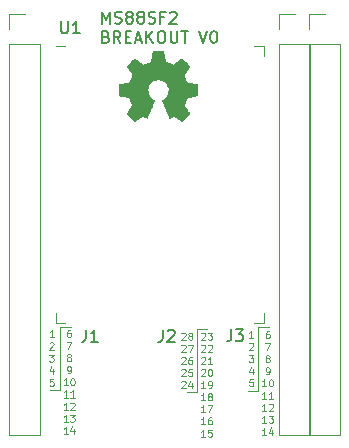
<source format=gbr>
G04 #@! TF.GenerationSoftware,KiCad,Pcbnew,5.1.5+dfsg1-2build2*
G04 #@! TF.CreationDate,2022-08-21T18:45:02-05:00*
G04 #@! TF.ProjectId,ms88sf2-breakout,6d733838-7366-4322-9d62-7265616b6f75,rev?*
G04 #@! TF.SameCoordinates,Original*
G04 #@! TF.FileFunction,Legend,Top*
G04 #@! TF.FilePolarity,Positive*
%FSLAX46Y46*%
G04 Gerber Fmt 4.6, Leading zero omitted, Abs format (unit mm)*
G04 Created by KiCad (PCBNEW 5.1.5+dfsg1-2build2) date 2022-08-21 18:45:02*
%MOMM*%
%LPD*%
G04 APERTURE LIST*
%ADD10C,0.120000*%
%ADD11C,0.125000*%
%ADD12C,0.150000*%
%ADD13C,0.010000*%
G04 APERTURE END LIST*
D10*
X71749920Y-77109320D02*
X72669400Y-77109320D01*
X71749920Y-82483960D02*
X71749920Y-77109320D01*
X70932040Y-82483960D02*
X71744840Y-82483960D01*
X66553080Y-77221080D02*
X67472560Y-77221080D01*
X65735200Y-82595720D02*
X66548000Y-82595720D01*
X66553080Y-82595720D02*
X66553080Y-77221080D01*
X54970680Y-77053440D02*
X55890160Y-77053440D01*
X54970680Y-82428080D02*
X54970680Y-77053440D01*
X54152800Y-82428080D02*
X54965600Y-82428080D01*
D11*
X71357468Y-77972348D02*
X71014611Y-77972348D01*
X71186040Y-77972348D02*
X71186040Y-77372348D01*
X71128897Y-77458062D01*
X71071754Y-77515205D01*
X71014611Y-77543777D01*
X71014611Y-78454491D02*
X71043182Y-78425920D01*
X71100325Y-78397348D01*
X71243182Y-78397348D01*
X71300325Y-78425920D01*
X71328897Y-78454491D01*
X71357468Y-78511634D01*
X71357468Y-78568777D01*
X71328897Y-78654491D01*
X70986040Y-78997348D01*
X71357468Y-78997348D01*
X70986040Y-79422348D02*
X71357468Y-79422348D01*
X71157468Y-79650920D01*
X71243182Y-79650920D01*
X71300325Y-79679491D01*
X71328897Y-79708062D01*
X71357468Y-79765205D01*
X71357468Y-79908062D01*
X71328897Y-79965205D01*
X71300325Y-79993777D01*
X71243182Y-80022348D01*
X71071754Y-80022348D01*
X71014611Y-79993777D01*
X70986040Y-79965205D01*
X71300325Y-80647348D02*
X71300325Y-81047348D01*
X71157468Y-80418777D02*
X71014611Y-80847348D01*
X71386040Y-80847348D01*
X71328897Y-81472348D02*
X71043182Y-81472348D01*
X71014611Y-81758062D01*
X71043182Y-81729491D01*
X71100325Y-81700920D01*
X71243182Y-81700920D01*
X71300325Y-81729491D01*
X71328897Y-81758062D01*
X71357468Y-81815205D01*
X71357468Y-81958062D01*
X71328897Y-82015205D01*
X71300325Y-82043777D01*
X71243182Y-82072348D01*
X71100325Y-82072348D01*
X71043182Y-82043777D01*
X71014611Y-82015205D01*
X72687165Y-77405148D02*
X72572880Y-77405148D01*
X72515737Y-77433720D01*
X72487165Y-77462291D01*
X72430022Y-77548005D01*
X72401451Y-77662291D01*
X72401451Y-77890862D01*
X72430022Y-77948005D01*
X72458594Y-77976577D01*
X72515737Y-78005148D01*
X72630022Y-78005148D01*
X72687165Y-77976577D01*
X72715737Y-77948005D01*
X72744308Y-77890862D01*
X72744308Y-77748005D01*
X72715737Y-77690862D01*
X72687165Y-77662291D01*
X72630022Y-77633720D01*
X72515737Y-77633720D01*
X72458594Y-77662291D01*
X72430022Y-77690862D01*
X72401451Y-77748005D01*
X72372880Y-78430148D02*
X72772880Y-78430148D01*
X72515737Y-79030148D01*
X72515737Y-79712291D02*
X72458594Y-79683720D01*
X72430022Y-79655148D01*
X72401451Y-79598005D01*
X72401451Y-79569434D01*
X72430022Y-79512291D01*
X72458594Y-79483720D01*
X72515737Y-79455148D01*
X72630022Y-79455148D01*
X72687165Y-79483720D01*
X72715737Y-79512291D01*
X72744308Y-79569434D01*
X72744308Y-79598005D01*
X72715737Y-79655148D01*
X72687165Y-79683720D01*
X72630022Y-79712291D01*
X72515737Y-79712291D01*
X72458594Y-79740862D01*
X72430022Y-79769434D01*
X72401451Y-79826577D01*
X72401451Y-79940862D01*
X72430022Y-79998005D01*
X72458594Y-80026577D01*
X72515737Y-80055148D01*
X72630022Y-80055148D01*
X72687165Y-80026577D01*
X72715737Y-79998005D01*
X72744308Y-79940862D01*
X72744308Y-79826577D01*
X72715737Y-79769434D01*
X72687165Y-79740862D01*
X72630022Y-79712291D01*
X72458594Y-81080148D02*
X72572880Y-81080148D01*
X72630022Y-81051577D01*
X72658594Y-81023005D01*
X72715737Y-80937291D01*
X72744308Y-80823005D01*
X72744308Y-80594434D01*
X72715737Y-80537291D01*
X72687165Y-80508720D01*
X72630022Y-80480148D01*
X72515737Y-80480148D01*
X72458594Y-80508720D01*
X72430022Y-80537291D01*
X72401451Y-80594434D01*
X72401451Y-80737291D01*
X72430022Y-80794434D01*
X72458594Y-80823005D01*
X72515737Y-80851577D01*
X72630022Y-80851577D01*
X72687165Y-80823005D01*
X72715737Y-80794434D01*
X72744308Y-80737291D01*
X72458594Y-82105148D02*
X72115737Y-82105148D01*
X72287165Y-82105148D02*
X72287165Y-81505148D01*
X72230022Y-81590862D01*
X72172880Y-81648005D01*
X72115737Y-81676577D01*
X72830022Y-81505148D02*
X72887165Y-81505148D01*
X72944308Y-81533720D01*
X72972880Y-81562291D01*
X73001451Y-81619434D01*
X73030022Y-81733720D01*
X73030022Y-81876577D01*
X73001451Y-81990862D01*
X72972880Y-82048005D01*
X72944308Y-82076577D01*
X72887165Y-82105148D01*
X72830022Y-82105148D01*
X72772880Y-82076577D01*
X72744308Y-82048005D01*
X72715737Y-81990862D01*
X72687165Y-81876577D01*
X72687165Y-81733720D01*
X72715737Y-81619434D01*
X72744308Y-81562291D01*
X72772880Y-81533720D01*
X72830022Y-81505148D01*
X72458594Y-83130148D02*
X72115737Y-83130148D01*
X72287165Y-83130148D02*
X72287165Y-82530148D01*
X72230022Y-82615862D01*
X72172880Y-82673005D01*
X72115737Y-82701577D01*
X73030022Y-83130148D02*
X72687165Y-83130148D01*
X72858594Y-83130148D02*
X72858594Y-82530148D01*
X72801451Y-82615862D01*
X72744308Y-82673005D01*
X72687165Y-82701577D01*
X72458594Y-84155148D02*
X72115737Y-84155148D01*
X72287165Y-84155148D02*
X72287165Y-83555148D01*
X72230022Y-83640862D01*
X72172880Y-83698005D01*
X72115737Y-83726577D01*
X72687165Y-83612291D02*
X72715737Y-83583720D01*
X72772880Y-83555148D01*
X72915737Y-83555148D01*
X72972880Y-83583720D01*
X73001451Y-83612291D01*
X73030022Y-83669434D01*
X73030022Y-83726577D01*
X73001451Y-83812291D01*
X72658594Y-84155148D01*
X73030022Y-84155148D01*
X72458594Y-85180148D02*
X72115737Y-85180148D01*
X72287165Y-85180148D02*
X72287165Y-84580148D01*
X72230022Y-84665862D01*
X72172880Y-84723005D01*
X72115737Y-84751577D01*
X72658594Y-84580148D02*
X73030022Y-84580148D01*
X72830022Y-84808720D01*
X72915737Y-84808720D01*
X72972880Y-84837291D01*
X73001451Y-84865862D01*
X73030022Y-84923005D01*
X73030022Y-85065862D01*
X73001451Y-85123005D01*
X72972880Y-85151577D01*
X72915737Y-85180148D01*
X72744308Y-85180148D01*
X72687165Y-85151577D01*
X72658594Y-85123005D01*
X72458594Y-86205148D02*
X72115737Y-86205148D01*
X72287165Y-86205148D02*
X72287165Y-85605148D01*
X72230022Y-85690862D01*
X72172880Y-85748005D01*
X72115737Y-85776577D01*
X72972880Y-85805148D02*
X72972880Y-86205148D01*
X72830022Y-85576577D02*
X72687165Y-86005148D01*
X73058594Y-86005148D01*
X65267897Y-77602211D02*
X65296468Y-77573640D01*
X65353611Y-77545068D01*
X65496468Y-77545068D01*
X65553611Y-77573640D01*
X65582182Y-77602211D01*
X65610754Y-77659354D01*
X65610754Y-77716497D01*
X65582182Y-77802211D01*
X65239325Y-78145068D01*
X65610754Y-78145068D01*
X65953611Y-77802211D02*
X65896468Y-77773640D01*
X65867897Y-77745068D01*
X65839325Y-77687925D01*
X65839325Y-77659354D01*
X65867897Y-77602211D01*
X65896468Y-77573640D01*
X65953611Y-77545068D01*
X66067897Y-77545068D01*
X66125040Y-77573640D01*
X66153611Y-77602211D01*
X66182182Y-77659354D01*
X66182182Y-77687925D01*
X66153611Y-77745068D01*
X66125040Y-77773640D01*
X66067897Y-77802211D01*
X65953611Y-77802211D01*
X65896468Y-77830782D01*
X65867897Y-77859354D01*
X65839325Y-77916497D01*
X65839325Y-78030782D01*
X65867897Y-78087925D01*
X65896468Y-78116497D01*
X65953611Y-78145068D01*
X66067897Y-78145068D01*
X66125040Y-78116497D01*
X66153611Y-78087925D01*
X66182182Y-78030782D01*
X66182182Y-77916497D01*
X66153611Y-77859354D01*
X66125040Y-77830782D01*
X66067897Y-77802211D01*
X65267897Y-78627211D02*
X65296468Y-78598640D01*
X65353611Y-78570068D01*
X65496468Y-78570068D01*
X65553611Y-78598640D01*
X65582182Y-78627211D01*
X65610754Y-78684354D01*
X65610754Y-78741497D01*
X65582182Y-78827211D01*
X65239325Y-79170068D01*
X65610754Y-79170068D01*
X65810754Y-78570068D02*
X66210754Y-78570068D01*
X65953611Y-79170068D01*
X65267897Y-79652211D02*
X65296468Y-79623640D01*
X65353611Y-79595068D01*
X65496468Y-79595068D01*
X65553611Y-79623640D01*
X65582182Y-79652211D01*
X65610754Y-79709354D01*
X65610754Y-79766497D01*
X65582182Y-79852211D01*
X65239325Y-80195068D01*
X65610754Y-80195068D01*
X66125040Y-79595068D02*
X66010754Y-79595068D01*
X65953611Y-79623640D01*
X65925040Y-79652211D01*
X65867897Y-79737925D01*
X65839325Y-79852211D01*
X65839325Y-80080782D01*
X65867897Y-80137925D01*
X65896468Y-80166497D01*
X65953611Y-80195068D01*
X66067897Y-80195068D01*
X66125040Y-80166497D01*
X66153611Y-80137925D01*
X66182182Y-80080782D01*
X66182182Y-79937925D01*
X66153611Y-79880782D01*
X66125040Y-79852211D01*
X66067897Y-79823640D01*
X65953611Y-79823640D01*
X65896468Y-79852211D01*
X65867897Y-79880782D01*
X65839325Y-79937925D01*
X65267897Y-80677211D02*
X65296468Y-80648640D01*
X65353611Y-80620068D01*
X65496468Y-80620068D01*
X65553611Y-80648640D01*
X65582182Y-80677211D01*
X65610754Y-80734354D01*
X65610754Y-80791497D01*
X65582182Y-80877211D01*
X65239325Y-81220068D01*
X65610754Y-81220068D01*
X66153611Y-80620068D02*
X65867897Y-80620068D01*
X65839325Y-80905782D01*
X65867897Y-80877211D01*
X65925040Y-80848640D01*
X66067897Y-80848640D01*
X66125040Y-80877211D01*
X66153611Y-80905782D01*
X66182182Y-80962925D01*
X66182182Y-81105782D01*
X66153611Y-81162925D01*
X66125040Y-81191497D01*
X66067897Y-81220068D01*
X65925040Y-81220068D01*
X65867897Y-81191497D01*
X65839325Y-81162925D01*
X65267897Y-81702211D02*
X65296468Y-81673640D01*
X65353611Y-81645068D01*
X65496468Y-81645068D01*
X65553611Y-81673640D01*
X65582182Y-81702211D01*
X65610754Y-81759354D01*
X65610754Y-81816497D01*
X65582182Y-81902211D01*
X65239325Y-82245068D01*
X65610754Y-82245068D01*
X66125040Y-81845068D02*
X66125040Y-82245068D01*
X65982182Y-81616497D02*
X65839325Y-82045068D01*
X66210754Y-82045068D01*
X54451228Y-77952028D02*
X54108371Y-77952028D01*
X54279800Y-77952028D02*
X54279800Y-77352028D01*
X54222657Y-77437742D01*
X54165514Y-77494885D01*
X54108371Y-77523457D01*
X54108371Y-78434171D02*
X54136942Y-78405600D01*
X54194085Y-78377028D01*
X54336942Y-78377028D01*
X54394085Y-78405600D01*
X54422657Y-78434171D01*
X54451228Y-78491314D01*
X54451228Y-78548457D01*
X54422657Y-78634171D01*
X54079800Y-78977028D01*
X54451228Y-78977028D01*
X54079800Y-79402028D02*
X54451228Y-79402028D01*
X54251228Y-79630600D01*
X54336942Y-79630600D01*
X54394085Y-79659171D01*
X54422657Y-79687742D01*
X54451228Y-79744885D01*
X54451228Y-79887742D01*
X54422657Y-79944885D01*
X54394085Y-79973457D01*
X54336942Y-80002028D01*
X54165514Y-80002028D01*
X54108371Y-79973457D01*
X54079800Y-79944885D01*
X54394085Y-80627028D02*
X54394085Y-81027028D01*
X54251228Y-80398457D02*
X54108371Y-80827028D01*
X54479800Y-80827028D01*
X54422657Y-81452028D02*
X54136942Y-81452028D01*
X54108371Y-81737742D01*
X54136942Y-81709171D01*
X54194085Y-81680600D01*
X54336942Y-81680600D01*
X54394085Y-81709171D01*
X54422657Y-81737742D01*
X54451228Y-81794885D01*
X54451228Y-81937742D01*
X54422657Y-81994885D01*
X54394085Y-82023457D01*
X54336942Y-82052028D01*
X54194085Y-82052028D01*
X54136942Y-82023457D01*
X54108371Y-81994885D01*
X66949377Y-77604531D02*
X66977948Y-77575960D01*
X67035091Y-77547388D01*
X67177948Y-77547388D01*
X67235091Y-77575960D01*
X67263662Y-77604531D01*
X67292234Y-77661674D01*
X67292234Y-77718817D01*
X67263662Y-77804531D01*
X66920805Y-78147388D01*
X67292234Y-78147388D01*
X67492234Y-77547388D02*
X67863662Y-77547388D01*
X67663662Y-77775960D01*
X67749377Y-77775960D01*
X67806520Y-77804531D01*
X67835091Y-77833102D01*
X67863662Y-77890245D01*
X67863662Y-78033102D01*
X67835091Y-78090245D01*
X67806520Y-78118817D01*
X67749377Y-78147388D01*
X67577948Y-78147388D01*
X67520805Y-78118817D01*
X67492234Y-78090245D01*
X66949377Y-78629531D02*
X66977948Y-78600960D01*
X67035091Y-78572388D01*
X67177948Y-78572388D01*
X67235091Y-78600960D01*
X67263662Y-78629531D01*
X67292234Y-78686674D01*
X67292234Y-78743817D01*
X67263662Y-78829531D01*
X66920805Y-79172388D01*
X67292234Y-79172388D01*
X67520805Y-78629531D02*
X67549377Y-78600960D01*
X67606520Y-78572388D01*
X67749377Y-78572388D01*
X67806520Y-78600960D01*
X67835091Y-78629531D01*
X67863662Y-78686674D01*
X67863662Y-78743817D01*
X67835091Y-78829531D01*
X67492234Y-79172388D01*
X67863662Y-79172388D01*
X66949377Y-79654531D02*
X66977948Y-79625960D01*
X67035091Y-79597388D01*
X67177948Y-79597388D01*
X67235091Y-79625960D01*
X67263662Y-79654531D01*
X67292234Y-79711674D01*
X67292234Y-79768817D01*
X67263662Y-79854531D01*
X66920805Y-80197388D01*
X67292234Y-80197388D01*
X67863662Y-80197388D02*
X67520805Y-80197388D01*
X67692234Y-80197388D02*
X67692234Y-79597388D01*
X67635091Y-79683102D01*
X67577948Y-79740245D01*
X67520805Y-79768817D01*
X66949377Y-80679531D02*
X66977948Y-80650960D01*
X67035091Y-80622388D01*
X67177948Y-80622388D01*
X67235091Y-80650960D01*
X67263662Y-80679531D01*
X67292234Y-80736674D01*
X67292234Y-80793817D01*
X67263662Y-80879531D01*
X66920805Y-81222388D01*
X67292234Y-81222388D01*
X67663662Y-80622388D02*
X67720805Y-80622388D01*
X67777948Y-80650960D01*
X67806520Y-80679531D01*
X67835091Y-80736674D01*
X67863662Y-80850960D01*
X67863662Y-80993817D01*
X67835091Y-81108102D01*
X67806520Y-81165245D01*
X67777948Y-81193817D01*
X67720805Y-81222388D01*
X67663662Y-81222388D01*
X67606520Y-81193817D01*
X67577948Y-81165245D01*
X67549377Y-81108102D01*
X67520805Y-80993817D01*
X67520805Y-80850960D01*
X67549377Y-80736674D01*
X67577948Y-80679531D01*
X67606520Y-80650960D01*
X67663662Y-80622388D01*
X67292234Y-82247388D02*
X66949377Y-82247388D01*
X67120805Y-82247388D02*
X67120805Y-81647388D01*
X67063662Y-81733102D01*
X67006520Y-81790245D01*
X66949377Y-81818817D01*
X67577948Y-82247388D02*
X67692234Y-82247388D01*
X67749377Y-82218817D01*
X67777948Y-82190245D01*
X67835091Y-82104531D01*
X67863662Y-81990245D01*
X67863662Y-81761674D01*
X67835091Y-81704531D01*
X67806520Y-81675960D01*
X67749377Y-81647388D01*
X67635091Y-81647388D01*
X67577948Y-81675960D01*
X67549377Y-81704531D01*
X67520805Y-81761674D01*
X67520805Y-81904531D01*
X67549377Y-81961674D01*
X67577948Y-81990245D01*
X67635091Y-82018817D01*
X67749377Y-82018817D01*
X67806520Y-81990245D01*
X67835091Y-81961674D01*
X67863662Y-81904531D01*
X67292234Y-83272388D02*
X66949377Y-83272388D01*
X67120805Y-83272388D02*
X67120805Y-82672388D01*
X67063662Y-82758102D01*
X67006520Y-82815245D01*
X66949377Y-82843817D01*
X67635091Y-82929531D02*
X67577948Y-82900960D01*
X67549377Y-82872388D01*
X67520805Y-82815245D01*
X67520805Y-82786674D01*
X67549377Y-82729531D01*
X67577948Y-82700960D01*
X67635091Y-82672388D01*
X67749377Y-82672388D01*
X67806520Y-82700960D01*
X67835091Y-82729531D01*
X67863662Y-82786674D01*
X67863662Y-82815245D01*
X67835091Y-82872388D01*
X67806520Y-82900960D01*
X67749377Y-82929531D01*
X67635091Y-82929531D01*
X67577948Y-82958102D01*
X67549377Y-82986674D01*
X67520805Y-83043817D01*
X67520805Y-83158102D01*
X67549377Y-83215245D01*
X67577948Y-83243817D01*
X67635091Y-83272388D01*
X67749377Y-83272388D01*
X67806520Y-83243817D01*
X67835091Y-83215245D01*
X67863662Y-83158102D01*
X67863662Y-83043817D01*
X67835091Y-82986674D01*
X67806520Y-82958102D01*
X67749377Y-82929531D01*
X67292234Y-84297388D02*
X66949377Y-84297388D01*
X67120805Y-84297388D02*
X67120805Y-83697388D01*
X67063662Y-83783102D01*
X67006520Y-83840245D01*
X66949377Y-83868817D01*
X67492234Y-83697388D02*
X67892234Y-83697388D01*
X67635091Y-84297388D01*
X67292234Y-85322388D02*
X66949377Y-85322388D01*
X67120805Y-85322388D02*
X67120805Y-84722388D01*
X67063662Y-84808102D01*
X67006520Y-84865245D01*
X66949377Y-84893817D01*
X67806520Y-84722388D02*
X67692234Y-84722388D01*
X67635091Y-84750960D01*
X67606520Y-84779531D01*
X67549377Y-84865245D01*
X67520805Y-84979531D01*
X67520805Y-85208102D01*
X67549377Y-85265245D01*
X67577948Y-85293817D01*
X67635091Y-85322388D01*
X67749377Y-85322388D01*
X67806520Y-85293817D01*
X67835091Y-85265245D01*
X67863662Y-85208102D01*
X67863662Y-85065245D01*
X67835091Y-85008102D01*
X67806520Y-84979531D01*
X67749377Y-84950960D01*
X67635091Y-84950960D01*
X67577948Y-84979531D01*
X67549377Y-85008102D01*
X67520805Y-85065245D01*
X67292234Y-86347388D02*
X66949377Y-86347388D01*
X67120805Y-86347388D02*
X67120805Y-85747388D01*
X67063662Y-85833102D01*
X67006520Y-85890245D01*
X66949377Y-85918817D01*
X67835091Y-85747388D02*
X67549377Y-85747388D01*
X67520805Y-86033102D01*
X67549377Y-86004531D01*
X67606520Y-85975960D01*
X67749377Y-85975960D01*
X67806520Y-86004531D01*
X67835091Y-86033102D01*
X67863662Y-86090245D01*
X67863662Y-86233102D01*
X67835091Y-86290245D01*
X67806520Y-86318817D01*
X67749377Y-86347388D01*
X67606520Y-86347388D01*
X67549377Y-86318817D01*
X67520805Y-86290245D01*
X55872365Y-77313708D02*
X55758080Y-77313708D01*
X55700937Y-77342280D01*
X55672365Y-77370851D01*
X55615222Y-77456565D01*
X55586651Y-77570851D01*
X55586651Y-77799422D01*
X55615222Y-77856565D01*
X55643794Y-77885137D01*
X55700937Y-77913708D01*
X55815222Y-77913708D01*
X55872365Y-77885137D01*
X55900937Y-77856565D01*
X55929508Y-77799422D01*
X55929508Y-77656565D01*
X55900937Y-77599422D01*
X55872365Y-77570851D01*
X55815222Y-77542280D01*
X55700937Y-77542280D01*
X55643794Y-77570851D01*
X55615222Y-77599422D01*
X55586651Y-77656565D01*
X55558080Y-78338708D02*
X55958080Y-78338708D01*
X55700937Y-78938708D01*
X55700937Y-79620851D02*
X55643794Y-79592280D01*
X55615222Y-79563708D01*
X55586651Y-79506565D01*
X55586651Y-79477994D01*
X55615222Y-79420851D01*
X55643794Y-79392280D01*
X55700937Y-79363708D01*
X55815222Y-79363708D01*
X55872365Y-79392280D01*
X55900937Y-79420851D01*
X55929508Y-79477994D01*
X55929508Y-79506565D01*
X55900937Y-79563708D01*
X55872365Y-79592280D01*
X55815222Y-79620851D01*
X55700937Y-79620851D01*
X55643794Y-79649422D01*
X55615222Y-79677994D01*
X55586651Y-79735137D01*
X55586651Y-79849422D01*
X55615222Y-79906565D01*
X55643794Y-79935137D01*
X55700937Y-79963708D01*
X55815222Y-79963708D01*
X55872365Y-79935137D01*
X55900937Y-79906565D01*
X55929508Y-79849422D01*
X55929508Y-79735137D01*
X55900937Y-79677994D01*
X55872365Y-79649422D01*
X55815222Y-79620851D01*
X55643794Y-80988708D02*
X55758080Y-80988708D01*
X55815222Y-80960137D01*
X55843794Y-80931565D01*
X55900937Y-80845851D01*
X55929508Y-80731565D01*
X55929508Y-80502994D01*
X55900937Y-80445851D01*
X55872365Y-80417280D01*
X55815222Y-80388708D01*
X55700937Y-80388708D01*
X55643794Y-80417280D01*
X55615222Y-80445851D01*
X55586651Y-80502994D01*
X55586651Y-80645851D01*
X55615222Y-80702994D01*
X55643794Y-80731565D01*
X55700937Y-80760137D01*
X55815222Y-80760137D01*
X55872365Y-80731565D01*
X55900937Y-80702994D01*
X55929508Y-80645851D01*
X55643794Y-82013708D02*
X55300937Y-82013708D01*
X55472365Y-82013708D02*
X55472365Y-81413708D01*
X55415222Y-81499422D01*
X55358080Y-81556565D01*
X55300937Y-81585137D01*
X56015222Y-81413708D02*
X56072365Y-81413708D01*
X56129508Y-81442280D01*
X56158080Y-81470851D01*
X56186651Y-81527994D01*
X56215222Y-81642280D01*
X56215222Y-81785137D01*
X56186651Y-81899422D01*
X56158080Y-81956565D01*
X56129508Y-81985137D01*
X56072365Y-82013708D01*
X56015222Y-82013708D01*
X55958080Y-81985137D01*
X55929508Y-81956565D01*
X55900937Y-81899422D01*
X55872365Y-81785137D01*
X55872365Y-81642280D01*
X55900937Y-81527994D01*
X55929508Y-81470851D01*
X55958080Y-81442280D01*
X56015222Y-81413708D01*
X55643794Y-83038708D02*
X55300937Y-83038708D01*
X55472365Y-83038708D02*
X55472365Y-82438708D01*
X55415222Y-82524422D01*
X55358080Y-82581565D01*
X55300937Y-82610137D01*
X56215222Y-83038708D02*
X55872365Y-83038708D01*
X56043794Y-83038708D02*
X56043794Y-82438708D01*
X55986651Y-82524422D01*
X55929508Y-82581565D01*
X55872365Y-82610137D01*
X55643794Y-84063708D02*
X55300937Y-84063708D01*
X55472365Y-84063708D02*
X55472365Y-83463708D01*
X55415222Y-83549422D01*
X55358080Y-83606565D01*
X55300937Y-83635137D01*
X55872365Y-83520851D02*
X55900937Y-83492280D01*
X55958080Y-83463708D01*
X56100937Y-83463708D01*
X56158080Y-83492280D01*
X56186651Y-83520851D01*
X56215222Y-83577994D01*
X56215222Y-83635137D01*
X56186651Y-83720851D01*
X55843794Y-84063708D01*
X56215222Y-84063708D01*
X55643794Y-85088708D02*
X55300937Y-85088708D01*
X55472365Y-85088708D02*
X55472365Y-84488708D01*
X55415222Y-84574422D01*
X55358080Y-84631565D01*
X55300937Y-84660137D01*
X55843794Y-84488708D02*
X56215222Y-84488708D01*
X56015222Y-84717280D01*
X56100937Y-84717280D01*
X56158080Y-84745851D01*
X56186651Y-84774422D01*
X56215222Y-84831565D01*
X56215222Y-84974422D01*
X56186651Y-85031565D01*
X56158080Y-85060137D01*
X56100937Y-85088708D01*
X55929508Y-85088708D01*
X55872365Y-85060137D01*
X55843794Y-85031565D01*
X55643794Y-86113708D02*
X55300937Y-86113708D01*
X55472365Y-86113708D02*
X55472365Y-85513708D01*
X55415222Y-85599422D01*
X55358080Y-85656565D01*
X55300937Y-85685137D01*
X56158080Y-85713708D02*
X56158080Y-86113708D01*
X56015222Y-85485137D02*
X55872365Y-85913708D01*
X56243794Y-85913708D01*
D12*
X58532075Y-51377340D02*
X58532075Y-50377340D01*
X58865408Y-51091626D01*
X59198741Y-50377340D01*
X59198741Y-51377340D01*
X59627313Y-51329721D02*
X59770170Y-51377340D01*
X60008265Y-51377340D01*
X60103503Y-51329721D01*
X60151122Y-51282102D01*
X60198741Y-51186864D01*
X60198741Y-51091626D01*
X60151122Y-50996388D01*
X60103503Y-50948769D01*
X60008265Y-50901150D01*
X59817789Y-50853531D01*
X59722551Y-50805912D01*
X59674932Y-50758293D01*
X59627313Y-50663055D01*
X59627313Y-50567817D01*
X59674932Y-50472579D01*
X59722551Y-50424960D01*
X59817789Y-50377340D01*
X60055884Y-50377340D01*
X60198741Y-50424960D01*
X60770170Y-50805912D02*
X60674932Y-50758293D01*
X60627313Y-50710674D01*
X60579694Y-50615436D01*
X60579694Y-50567817D01*
X60627313Y-50472579D01*
X60674932Y-50424960D01*
X60770170Y-50377340D01*
X60960646Y-50377340D01*
X61055884Y-50424960D01*
X61103503Y-50472579D01*
X61151122Y-50567817D01*
X61151122Y-50615436D01*
X61103503Y-50710674D01*
X61055884Y-50758293D01*
X60960646Y-50805912D01*
X60770170Y-50805912D01*
X60674932Y-50853531D01*
X60627313Y-50901150D01*
X60579694Y-50996388D01*
X60579694Y-51186864D01*
X60627313Y-51282102D01*
X60674932Y-51329721D01*
X60770170Y-51377340D01*
X60960646Y-51377340D01*
X61055884Y-51329721D01*
X61103503Y-51282102D01*
X61151122Y-51186864D01*
X61151122Y-50996388D01*
X61103503Y-50901150D01*
X61055884Y-50853531D01*
X60960646Y-50805912D01*
X61722551Y-50805912D02*
X61627313Y-50758293D01*
X61579694Y-50710674D01*
X61532075Y-50615436D01*
X61532075Y-50567817D01*
X61579694Y-50472579D01*
X61627313Y-50424960D01*
X61722551Y-50377340D01*
X61913027Y-50377340D01*
X62008265Y-50424960D01*
X62055884Y-50472579D01*
X62103503Y-50567817D01*
X62103503Y-50615436D01*
X62055884Y-50710674D01*
X62008265Y-50758293D01*
X61913027Y-50805912D01*
X61722551Y-50805912D01*
X61627313Y-50853531D01*
X61579694Y-50901150D01*
X61532075Y-50996388D01*
X61532075Y-51186864D01*
X61579694Y-51282102D01*
X61627313Y-51329721D01*
X61722551Y-51377340D01*
X61913027Y-51377340D01*
X62008265Y-51329721D01*
X62055884Y-51282102D01*
X62103503Y-51186864D01*
X62103503Y-50996388D01*
X62055884Y-50901150D01*
X62008265Y-50853531D01*
X61913027Y-50805912D01*
X62484456Y-51329721D02*
X62627313Y-51377340D01*
X62865408Y-51377340D01*
X62960646Y-51329721D01*
X63008265Y-51282102D01*
X63055884Y-51186864D01*
X63055884Y-51091626D01*
X63008265Y-50996388D01*
X62960646Y-50948769D01*
X62865408Y-50901150D01*
X62674932Y-50853531D01*
X62579694Y-50805912D01*
X62532075Y-50758293D01*
X62484456Y-50663055D01*
X62484456Y-50567817D01*
X62532075Y-50472579D01*
X62579694Y-50424960D01*
X62674932Y-50377340D01*
X62913027Y-50377340D01*
X63055884Y-50424960D01*
X63817789Y-50853531D02*
X63484456Y-50853531D01*
X63484456Y-51377340D02*
X63484456Y-50377340D01*
X63960646Y-50377340D01*
X64293980Y-50472579D02*
X64341599Y-50424960D01*
X64436837Y-50377340D01*
X64674932Y-50377340D01*
X64770170Y-50424960D01*
X64817789Y-50472579D01*
X64865408Y-50567817D01*
X64865408Y-50663055D01*
X64817789Y-50805912D01*
X64246360Y-51377340D01*
X64865408Y-51377340D01*
X58865408Y-52503531D02*
X59008265Y-52551150D01*
X59055884Y-52598769D01*
X59103503Y-52694007D01*
X59103503Y-52836864D01*
X59055884Y-52932102D01*
X59008265Y-52979721D01*
X58913027Y-53027340D01*
X58532075Y-53027340D01*
X58532075Y-52027340D01*
X58865408Y-52027340D01*
X58960646Y-52074960D01*
X59008265Y-52122579D01*
X59055884Y-52217817D01*
X59055884Y-52313055D01*
X59008265Y-52408293D01*
X58960646Y-52455912D01*
X58865408Y-52503531D01*
X58532075Y-52503531D01*
X60103503Y-53027340D02*
X59770170Y-52551150D01*
X59532075Y-53027340D02*
X59532075Y-52027340D01*
X59913027Y-52027340D01*
X60008265Y-52074960D01*
X60055884Y-52122579D01*
X60103503Y-52217817D01*
X60103503Y-52360674D01*
X60055884Y-52455912D01*
X60008265Y-52503531D01*
X59913027Y-52551150D01*
X59532075Y-52551150D01*
X60532075Y-52503531D02*
X60865408Y-52503531D01*
X61008265Y-53027340D02*
X60532075Y-53027340D01*
X60532075Y-52027340D01*
X61008265Y-52027340D01*
X61389218Y-52741626D02*
X61865408Y-52741626D01*
X61293980Y-53027340D02*
X61627313Y-52027340D01*
X61960646Y-53027340D01*
X62293980Y-53027340D02*
X62293980Y-52027340D01*
X62865408Y-53027340D02*
X62436837Y-52455912D01*
X62865408Y-52027340D02*
X62293980Y-52598769D01*
X63484456Y-52027340D02*
X63674932Y-52027340D01*
X63770170Y-52074960D01*
X63865408Y-52170198D01*
X63913027Y-52360674D01*
X63913027Y-52694007D01*
X63865408Y-52884483D01*
X63770170Y-52979721D01*
X63674932Y-53027340D01*
X63484456Y-53027340D01*
X63389218Y-52979721D01*
X63293980Y-52884483D01*
X63246360Y-52694007D01*
X63246360Y-52360674D01*
X63293980Y-52170198D01*
X63389218Y-52074960D01*
X63484456Y-52027340D01*
X64341599Y-52027340D02*
X64341599Y-52836864D01*
X64389218Y-52932102D01*
X64436837Y-52979721D01*
X64532075Y-53027340D01*
X64722551Y-53027340D01*
X64817789Y-52979721D01*
X64865408Y-52932102D01*
X64913027Y-52836864D01*
X64913027Y-52027340D01*
X65246360Y-52027340D02*
X65817789Y-52027340D01*
X65532075Y-53027340D02*
X65532075Y-52027340D01*
X66770170Y-52027340D02*
X67103503Y-53027340D01*
X67436837Y-52027340D01*
X67960646Y-52027340D02*
X68055884Y-52027340D01*
X68151122Y-52074960D01*
X68198741Y-52122579D01*
X68246360Y-52217817D01*
X68293980Y-52408293D01*
X68293980Y-52646388D01*
X68246360Y-52836864D01*
X68198741Y-52932102D01*
X68151122Y-52979721D01*
X68055884Y-53027340D01*
X67960646Y-53027340D01*
X67865408Y-52979721D01*
X67817789Y-52932102D01*
X67770170Y-52836864D01*
X67722551Y-52646388D01*
X67722551Y-52408293D01*
X67770170Y-52217817D01*
X67817789Y-52122579D01*
X67865408Y-52074960D01*
X67960646Y-52027340D01*
D10*
X54608900Y-53280000D02*
X55428900Y-53280000D01*
X72248900Y-54100000D02*
X72248900Y-53280000D01*
X72248900Y-53280000D02*
X71428900Y-53280000D01*
X54608900Y-75900000D02*
X54608900Y-76720000D01*
X55428900Y-76720000D02*
X54608900Y-76720000D01*
X72248900Y-75900000D02*
X72248900Y-76720000D01*
X71428900Y-76720000D02*
X72248900Y-76720000D01*
X76070000Y-50540000D02*
X77400000Y-50540000D01*
X76070000Y-51870000D02*
X76070000Y-50540000D01*
X76070000Y-53140000D02*
X78730000Y-53140000D01*
X78730000Y-53140000D02*
X78730000Y-86220000D01*
X76070000Y-53140000D02*
X76070000Y-86220000D01*
X76070000Y-86220000D02*
X78730000Y-86220000D01*
X73530000Y-50540000D02*
X74860000Y-50540000D01*
X73530000Y-51870000D02*
X73530000Y-50540000D01*
X73530000Y-53140000D02*
X76190000Y-53140000D01*
X76190000Y-53140000D02*
X76190000Y-86220000D01*
X73530000Y-53140000D02*
X73530000Y-86220000D01*
X73530000Y-86220000D02*
X76190000Y-86220000D01*
X50670000Y-50540000D02*
X52000000Y-50540000D01*
X50670000Y-51870000D02*
X50670000Y-50540000D01*
X50670000Y-53140000D02*
X53330000Y-53140000D01*
X53330000Y-53140000D02*
X53330000Y-86220000D01*
X50670000Y-53140000D02*
X50670000Y-86220000D01*
X50670000Y-86220000D02*
X53330000Y-86220000D01*
D13*
G36*
X63827214Y-54151571D02*
G01*
X63911035Y-54596195D01*
X64220320Y-54723693D01*
X64529606Y-54851191D01*
X64900646Y-54598886D01*
X65004557Y-54528636D01*
X65098487Y-54465912D01*
X65178052Y-54413578D01*
X65238870Y-54374497D01*
X65276557Y-54351533D01*
X65286821Y-54346582D01*
X65305310Y-54359316D01*
X65344820Y-54394522D01*
X65400922Y-54447702D01*
X65469187Y-54514358D01*
X65545186Y-54589994D01*
X65624492Y-54670112D01*
X65702675Y-54750214D01*
X65775307Y-54825804D01*
X65837959Y-54892385D01*
X65886203Y-54945458D01*
X65915610Y-54980527D01*
X65922641Y-54992263D01*
X65912523Y-55013900D01*
X65884159Y-55061302D01*
X65840529Y-55129833D01*
X65784618Y-55214855D01*
X65719406Y-55311733D01*
X65681619Y-55366990D01*
X65612743Y-55467888D01*
X65551540Y-55558939D01*
X65500978Y-55635610D01*
X65464028Y-55693368D01*
X65443658Y-55727683D01*
X65440597Y-55734894D01*
X65447536Y-55755388D01*
X65466451Y-55803153D01*
X65494487Y-55871472D01*
X65528791Y-55953629D01*
X65566509Y-56042910D01*
X65604787Y-56132598D01*
X65640770Y-56215978D01*
X65671606Y-56286334D01*
X65694439Y-56336950D01*
X65706417Y-56361111D01*
X65707124Y-56362062D01*
X65725931Y-56366676D01*
X65776018Y-56376968D01*
X65852193Y-56391927D01*
X65949265Y-56410541D01*
X66062043Y-56431799D01*
X66127842Y-56444058D01*
X66248350Y-56467002D01*
X66357197Y-56488835D01*
X66448876Y-56508362D01*
X66517881Y-56524388D01*
X66558704Y-56535719D01*
X66566911Y-56539314D01*
X66574948Y-56563646D01*
X66581433Y-56618599D01*
X66586370Y-56697748D01*
X66589764Y-56794666D01*
X66591618Y-56902927D01*
X66591938Y-57016105D01*
X66590727Y-57127775D01*
X66587990Y-57231508D01*
X66583731Y-57320881D01*
X66577955Y-57389466D01*
X66570667Y-57430837D01*
X66566295Y-57439450D01*
X66540164Y-57449773D01*
X66484793Y-57464532D01*
X66407507Y-57481992D01*
X66315630Y-57500420D01*
X66283558Y-57506381D01*
X66128924Y-57534706D01*
X66006775Y-57557516D01*
X65913073Y-57575720D01*
X65843784Y-57590223D01*
X65794871Y-57601932D01*
X65762297Y-57611755D01*
X65742028Y-57620596D01*
X65730026Y-57629364D01*
X65728347Y-57631097D01*
X65711584Y-57659011D01*
X65686014Y-57713335D01*
X65654188Y-57787417D01*
X65618660Y-57874605D01*
X65581983Y-57968248D01*
X65546711Y-58061692D01*
X65515396Y-58148287D01*
X65490593Y-58221380D01*
X65474854Y-58274318D01*
X65470732Y-58300451D01*
X65471076Y-58301366D01*
X65485041Y-58322726D01*
X65516722Y-58369724D01*
X65562791Y-58437467D01*
X65619918Y-58521063D01*
X65684773Y-58615622D01*
X65703243Y-58642494D01*
X65769099Y-58739915D01*
X65827050Y-58828803D01*
X65873938Y-58904052D01*
X65906607Y-58960560D01*
X65921900Y-58993221D01*
X65922641Y-58997233D01*
X65909792Y-59018324D01*
X65874288Y-59060104D01*
X65820693Y-59118085D01*
X65753571Y-59187775D01*
X65677487Y-59264685D01*
X65597004Y-59344323D01*
X65516687Y-59422201D01*
X65441099Y-59493826D01*
X65374805Y-59554710D01*
X65322369Y-59600361D01*
X65288355Y-59626290D01*
X65278945Y-59630523D01*
X65257043Y-59620552D01*
X65212200Y-59593660D01*
X65151721Y-59554376D01*
X65105189Y-59522757D01*
X65020875Y-59464738D01*
X64921026Y-59396424D01*
X64820873Y-59328219D01*
X64767027Y-59291715D01*
X64584771Y-59168440D01*
X64431781Y-59251160D01*
X64362082Y-59287399D01*
X64302814Y-59315566D01*
X64262711Y-59331631D01*
X64252503Y-59333866D01*
X64240229Y-59317362D01*
X64216013Y-59270722D01*
X64181663Y-59198249D01*
X64138988Y-59104246D01*
X64089794Y-58993014D01*
X64035890Y-58868855D01*
X63979084Y-58736072D01*
X63921182Y-58598967D01*
X63863993Y-58461842D01*
X63809324Y-58328998D01*
X63758984Y-58204738D01*
X63714780Y-58093365D01*
X63678519Y-57999179D01*
X63652009Y-57926484D01*
X63637058Y-57879581D01*
X63634654Y-57863473D01*
X63653711Y-57842926D01*
X63695436Y-57809573D01*
X63751106Y-57770342D01*
X63755778Y-57767239D01*
X63899664Y-57652063D01*
X64015683Y-57517693D01*
X64102830Y-57368424D01*
X64160099Y-57208553D01*
X64186486Y-57042377D01*
X64180985Y-56874192D01*
X64142590Y-56708295D01*
X64070295Y-56548982D01*
X64049026Y-56514127D01*
X63938396Y-56373377D01*
X63807702Y-56260354D01*
X63661464Y-56175643D01*
X63504208Y-56119834D01*
X63340457Y-56093514D01*
X63174733Y-56097270D01*
X63011562Y-56131690D01*
X62855465Y-56197363D01*
X62710967Y-56294875D01*
X62666269Y-56334453D01*
X62552512Y-56458343D01*
X62469618Y-56588764D01*
X62412756Y-56734955D01*
X62381087Y-56879728D01*
X62373269Y-57042500D01*
X62399338Y-57206080D01*
X62456645Y-57364938D01*
X62542544Y-57513546D01*
X62654386Y-57646375D01*
X62789523Y-57757896D01*
X62807283Y-57769651D01*
X62863550Y-57808148D01*
X62906323Y-57841503D01*
X62926772Y-57862800D01*
X62927069Y-57863473D01*
X62922679Y-57886511D01*
X62905276Y-57938797D01*
X62876668Y-58016030D01*
X62838665Y-58113908D01*
X62793074Y-58228131D01*
X62741703Y-58354398D01*
X62686362Y-58488407D01*
X62628858Y-58625858D01*
X62571001Y-58762448D01*
X62514598Y-58893877D01*
X62461458Y-59015845D01*
X62413390Y-59124049D01*
X62372201Y-59214189D01*
X62339701Y-59281963D01*
X62317697Y-59323070D01*
X62308836Y-59333866D01*
X62281760Y-59325459D01*
X62231097Y-59302912D01*
X62165583Y-59270253D01*
X62129559Y-59251160D01*
X61976568Y-59168440D01*
X61794312Y-59291715D01*
X61701275Y-59354868D01*
X61599415Y-59424367D01*
X61503962Y-59489805D01*
X61456150Y-59522757D01*
X61388905Y-59567913D01*
X61331964Y-59603697D01*
X61292754Y-59625578D01*
X61280019Y-59630203D01*
X61261483Y-59617725D01*
X61220459Y-59582892D01*
X61160925Y-59529318D01*
X61086858Y-59460623D01*
X61002235Y-59380421D01*
X60948715Y-59328926D01*
X60855081Y-59236926D01*
X60774159Y-59154639D01*
X60709223Y-59085585D01*
X60663542Y-59033284D01*
X60640389Y-59001256D01*
X60638168Y-58994756D01*
X60648476Y-58970034D01*
X60676961Y-58920045D01*
X60720463Y-58849852D01*
X60775823Y-58764515D01*
X60839880Y-58669096D01*
X60858097Y-58642494D01*
X60924473Y-58545807D01*
X60984022Y-58458757D01*
X61033416Y-58386235D01*
X61069325Y-58333133D01*
X61088419Y-58304343D01*
X61090264Y-58301366D01*
X61087505Y-58278422D01*
X61072862Y-58227976D01*
X61048887Y-58156681D01*
X61018134Y-58071187D01*
X60983156Y-57978147D01*
X60946507Y-57884214D01*
X60910739Y-57796039D01*
X60878406Y-57720274D01*
X60852062Y-57663571D01*
X60834258Y-57632583D01*
X60832993Y-57631097D01*
X60822106Y-57622241D01*
X60803718Y-57613483D01*
X60773794Y-57603917D01*
X60728297Y-57592636D01*
X60663191Y-57578733D01*
X60574439Y-57561303D01*
X60458007Y-57539438D01*
X60309858Y-57512231D01*
X60277782Y-57506381D01*
X60182714Y-57488014D01*
X60099835Y-57470045D01*
X60036470Y-57454209D01*
X59999942Y-57442240D01*
X59995044Y-57439450D01*
X59986973Y-57414712D01*
X59980413Y-57359430D01*
X59975367Y-57280029D01*
X59971841Y-57182936D01*
X59969839Y-57074578D01*
X59969364Y-56961380D01*
X59970423Y-56849768D01*
X59973018Y-56746169D01*
X59977154Y-56657008D01*
X59982837Y-56588712D01*
X59990069Y-56547706D01*
X59994429Y-56539314D01*
X60018702Y-56530848D01*
X60073974Y-56517075D01*
X60154738Y-56499190D01*
X60255488Y-56478388D01*
X60370717Y-56455863D01*
X60433498Y-56444058D01*
X60552613Y-56421791D01*
X60658835Y-56401619D01*
X60746973Y-56384555D01*
X60811834Y-56371609D01*
X60848226Y-56363795D01*
X60854216Y-56362062D01*
X60864339Y-56342530D01*
X60885738Y-56295483D01*
X60915561Y-56227643D01*
X60950955Y-56145731D01*
X60989068Y-56056468D01*
X61027047Y-55966575D01*
X61062040Y-55882775D01*
X61091194Y-55811787D01*
X61111657Y-55760334D01*
X61120577Y-55735137D01*
X61120743Y-55734036D01*
X61110631Y-55714159D01*
X61082283Y-55668417D01*
X61038677Y-55601357D01*
X60982794Y-55517524D01*
X60917613Y-55421466D01*
X60879721Y-55366290D01*
X60810675Y-55265121D01*
X60749350Y-55173270D01*
X60698737Y-55095384D01*
X60661829Y-55036109D01*
X60641618Y-55000091D01*
X60638699Y-54992017D01*
X60651247Y-54973224D01*
X60685937Y-54933097D01*
X60738337Y-54876133D01*
X60804016Y-54806825D01*
X60878544Y-54729671D01*
X60957487Y-54649165D01*
X61036417Y-54569803D01*
X61110900Y-54496080D01*
X61176506Y-54432492D01*
X61228804Y-54383534D01*
X61263361Y-54353701D01*
X61274922Y-54346582D01*
X61293746Y-54356593D01*
X61338769Y-54384718D01*
X61405613Y-54428094D01*
X61489901Y-54483858D01*
X61587256Y-54549146D01*
X61660693Y-54598886D01*
X62031733Y-54851191D01*
X62650305Y-54596195D01*
X62734125Y-54151571D01*
X62817946Y-53706947D01*
X63743394Y-53706947D01*
X63827214Y-54151571D01*
G37*
X63827214Y-54151571D02*
X63911035Y-54596195D01*
X64220320Y-54723693D01*
X64529606Y-54851191D01*
X64900646Y-54598886D01*
X65004557Y-54528636D01*
X65098487Y-54465912D01*
X65178052Y-54413578D01*
X65238870Y-54374497D01*
X65276557Y-54351533D01*
X65286821Y-54346582D01*
X65305310Y-54359316D01*
X65344820Y-54394522D01*
X65400922Y-54447702D01*
X65469187Y-54514358D01*
X65545186Y-54589994D01*
X65624492Y-54670112D01*
X65702675Y-54750214D01*
X65775307Y-54825804D01*
X65837959Y-54892385D01*
X65886203Y-54945458D01*
X65915610Y-54980527D01*
X65922641Y-54992263D01*
X65912523Y-55013900D01*
X65884159Y-55061302D01*
X65840529Y-55129833D01*
X65784618Y-55214855D01*
X65719406Y-55311733D01*
X65681619Y-55366990D01*
X65612743Y-55467888D01*
X65551540Y-55558939D01*
X65500978Y-55635610D01*
X65464028Y-55693368D01*
X65443658Y-55727683D01*
X65440597Y-55734894D01*
X65447536Y-55755388D01*
X65466451Y-55803153D01*
X65494487Y-55871472D01*
X65528791Y-55953629D01*
X65566509Y-56042910D01*
X65604787Y-56132598D01*
X65640770Y-56215978D01*
X65671606Y-56286334D01*
X65694439Y-56336950D01*
X65706417Y-56361111D01*
X65707124Y-56362062D01*
X65725931Y-56366676D01*
X65776018Y-56376968D01*
X65852193Y-56391927D01*
X65949265Y-56410541D01*
X66062043Y-56431799D01*
X66127842Y-56444058D01*
X66248350Y-56467002D01*
X66357197Y-56488835D01*
X66448876Y-56508362D01*
X66517881Y-56524388D01*
X66558704Y-56535719D01*
X66566911Y-56539314D01*
X66574948Y-56563646D01*
X66581433Y-56618599D01*
X66586370Y-56697748D01*
X66589764Y-56794666D01*
X66591618Y-56902927D01*
X66591938Y-57016105D01*
X66590727Y-57127775D01*
X66587990Y-57231508D01*
X66583731Y-57320881D01*
X66577955Y-57389466D01*
X66570667Y-57430837D01*
X66566295Y-57439450D01*
X66540164Y-57449773D01*
X66484793Y-57464532D01*
X66407507Y-57481992D01*
X66315630Y-57500420D01*
X66283558Y-57506381D01*
X66128924Y-57534706D01*
X66006775Y-57557516D01*
X65913073Y-57575720D01*
X65843784Y-57590223D01*
X65794871Y-57601932D01*
X65762297Y-57611755D01*
X65742028Y-57620596D01*
X65730026Y-57629364D01*
X65728347Y-57631097D01*
X65711584Y-57659011D01*
X65686014Y-57713335D01*
X65654188Y-57787417D01*
X65618660Y-57874605D01*
X65581983Y-57968248D01*
X65546711Y-58061692D01*
X65515396Y-58148287D01*
X65490593Y-58221380D01*
X65474854Y-58274318D01*
X65470732Y-58300451D01*
X65471076Y-58301366D01*
X65485041Y-58322726D01*
X65516722Y-58369724D01*
X65562791Y-58437467D01*
X65619918Y-58521063D01*
X65684773Y-58615622D01*
X65703243Y-58642494D01*
X65769099Y-58739915D01*
X65827050Y-58828803D01*
X65873938Y-58904052D01*
X65906607Y-58960560D01*
X65921900Y-58993221D01*
X65922641Y-58997233D01*
X65909792Y-59018324D01*
X65874288Y-59060104D01*
X65820693Y-59118085D01*
X65753571Y-59187775D01*
X65677487Y-59264685D01*
X65597004Y-59344323D01*
X65516687Y-59422201D01*
X65441099Y-59493826D01*
X65374805Y-59554710D01*
X65322369Y-59600361D01*
X65288355Y-59626290D01*
X65278945Y-59630523D01*
X65257043Y-59620552D01*
X65212200Y-59593660D01*
X65151721Y-59554376D01*
X65105189Y-59522757D01*
X65020875Y-59464738D01*
X64921026Y-59396424D01*
X64820873Y-59328219D01*
X64767027Y-59291715D01*
X64584771Y-59168440D01*
X64431781Y-59251160D01*
X64362082Y-59287399D01*
X64302814Y-59315566D01*
X64262711Y-59331631D01*
X64252503Y-59333866D01*
X64240229Y-59317362D01*
X64216013Y-59270722D01*
X64181663Y-59198249D01*
X64138988Y-59104246D01*
X64089794Y-58993014D01*
X64035890Y-58868855D01*
X63979084Y-58736072D01*
X63921182Y-58598967D01*
X63863993Y-58461842D01*
X63809324Y-58328998D01*
X63758984Y-58204738D01*
X63714780Y-58093365D01*
X63678519Y-57999179D01*
X63652009Y-57926484D01*
X63637058Y-57879581D01*
X63634654Y-57863473D01*
X63653711Y-57842926D01*
X63695436Y-57809573D01*
X63751106Y-57770342D01*
X63755778Y-57767239D01*
X63899664Y-57652063D01*
X64015683Y-57517693D01*
X64102830Y-57368424D01*
X64160099Y-57208553D01*
X64186486Y-57042377D01*
X64180985Y-56874192D01*
X64142590Y-56708295D01*
X64070295Y-56548982D01*
X64049026Y-56514127D01*
X63938396Y-56373377D01*
X63807702Y-56260354D01*
X63661464Y-56175643D01*
X63504208Y-56119834D01*
X63340457Y-56093514D01*
X63174733Y-56097270D01*
X63011562Y-56131690D01*
X62855465Y-56197363D01*
X62710967Y-56294875D01*
X62666269Y-56334453D01*
X62552512Y-56458343D01*
X62469618Y-56588764D01*
X62412756Y-56734955D01*
X62381087Y-56879728D01*
X62373269Y-57042500D01*
X62399338Y-57206080D01*
X62456645Y-57364938D01*
X62542544Y-57513546D01*
X62654386Y-57646375D01*
X62789523Y-57757896D01*
X62807283Y-57769651D01*
X62863550Y-57808148D01*
X62906323Y-57841503D01*
X62926772Y-57862800D01*
X62927069Y-57863473D01*
X62922679Y-57886511D01*
X62905276Y-57938797D01*
X62876668Y-58016030D01*
X62838665Y-58113908D01*
X62793074Y-58228131D01*
X62741703Y-58354398D01*
X62686362Y-58488407D01*
X62628858Y-58625858D01*
X62571001Y-58762448D01*
X62514598Y-58893877D01*
X62461458Y-59015845D01*
X62413390Y-59124049D01*
X62372201Y-59214189D01*
X62339701Y-59281963D01*
X62317697Y-59323070D01*
X62308836Y-59333866D01*
X62281760Y-59325459D01*
X62231097Y-59302912D01*
X62165583Y-59270253D01*
X62129559Y-59251160D01*
X61976568Y-59168440D01*
X61794312Y-59291715D01*
X61701275Y-59354868D01*
X61599415Y-59424367D01*
X61503962Y-59489805D01*
X61456150Y-59522757D01*
X61388905Y-59567913D01*
X61331964Y-59603697D01*
X61292754Y-59625578D01*
X61280019Y-59630203D01*
X61261483Y-59617725D01*
X61220459Y-59582892D01*
X61160925Y-59529318D01*
X61086858Y-59460623D01*
X61002235Y-59380421D01*
X60948715Y-59328926D01*
X60855081Y-59236926D01*
X60774159Y-59154639D01*
X60709223Y-59085585D01*
X60663542Y-59033284D01*
X60640389Y-59001256D01*
X60638168Y-58994756D01*
X60648476Y-58970034D01*
X60676961Y-58920045D01*
X60720463Y-58849852D01*
X60775823Y-58764515D01*
X60839880Y-58669096D01*
X60858097Y-58642494D01*
X60924473Y-58545807D01*
X60984022Y-58458757D01*
X61033416Y-58386235D01*
X61069325Y-58333133D01*
X61088419Y-58304343D01*
X61090264Y-58301366D01*
X61087505Y-58278422D01*
X61072862Y-58227976D01*
X61048887Y-58156681D01*
X61018134Y-58071187D01*
X60983156Y-57978147D01*
X60946507Y-57884214D01*
X60910739Y-57796039D01*
X60878406Y-57720274D01*
X60852062Y-57663571D01*
X60834258Y-57632583D01*
X60832993Y-57631097D01*
X60822106Y-57622241D01*
X60803718Y-57613483D01*
X60773794Y-57603917D01*
X60728297Y-57592636D01*
X60663191Y-57578733D01*
X60574439Y-57561303D01*
X60458007Y-57539438D01*
X60309858Y-57512231D01*
X60277782Y-57506381D01*
X60182714Y-57488014D01*
X60099835Y-57470045D01*
X60036470Y-57454209D01*
X59999942Y-57442240D01*
X59995044Y-57439450D01*
X59986973Y-57414712D01*
X59980413Y-57359430D01*
X59975367Y-57280029D01*
X59971841Y-57182936D01*
X59969839Y-57074578D01*
X59969364Y-56961380D01*
X59970423Y-56849768D01*
X59973018Y-56746169D01*
X59977154Y-56657008D01*
X59982837Y-56588712D01*
X59990069Y-56547706D01*
X59994429Y-56539314D01*
X60018702Y-56530848D01*
X60073974Y-56517075D01*
X60154738Y-56499190D01*
X60255488Y-56478388D01*
X60370717Y-56455863D01*
X60433498Y-56444058D01*
X60552613Y-56421791D01*
X60658835Y-56401619D01*
X60746973Y-56384555D01*
X60811834Y-56371609D01*
X60848226Y-56363795D01*
X60854216Y-56362062D01*
X60864339Y-56342530D01*
X60885738Y-56295483D01*
X60915561Y-56227643D01*
X60950955Y-56145731D01*
X60989068Y-56056468D01*
X61027047Y-55966575D01*
X61062040Y-55882775D01*
X61091194Y-55811787D01*
X61111657Y-55760334D01*
X61120577Y-55735137D01*
X61120743Y-55734036D01*
X61110631Y-55714159D01*
X61082283Y-55668417D01*
X61038677Y-55601357D01*
X60982794Y-55517524D01*
X60917613Y-55421466D01*
X60879721Y-55366290D01*
X60810675Y-55265121D01*
X60749350Y-55173270D01*
X60698737Y-55095384D01*
X60661829Y-55036109D01*
X60641618Y-55000091D01*
X60638699Y-54992017D01*
X60651247Y-54973224D01*
X60685937Y-54933097D01*
X60738337Y-54876133D01*
X60804016Y-54806825D01*
X60878544Y-54729671D01*
X60957487Y-54649165D01*
X61036417Y-54569803D01*
X61110900Y-54496080D01*
X61176506Y-54432492D01*
X61228804Y-54383534D01*
X61263361Y-54353701D01*
X61274922Y-54346582D01*
X61293746Y-54356593D01*
X61338769Y-54384718D01*
X61405613Y-54428094D01*
X61489901Y-54483858D01*
X61587256Y-54549146D01*
X61660693Y-54598886D01*
X62031733Y-54851191D01*
X62650305Y-54596195D01*
X62734125Y-54151571D01*
X62817946Y-53706947D01*
X63743394Y-53706947D01*
X63827214Y-54151571D01*
D12*
X55082535Y-51187100D02*
X55082535Y-51996624D01*
X55130154Y-52091862D01*
X55177773Y-52139481D01*
X55273011Y-52187100D01*
X55463487Y-52187100D01*
X55558725Y-52139481D01*
X55606344Y-52091862D01*
X55653963Y-51996624D01*
X55653963Y-51187100D01*
X56653963Y-52187100D02*
X56082535Y-52187100D01*
X56368249Y-52187100D02*
X56368249Y-51187100D01*
X56273011Y-51329958D01*
X56177773Y-51425196D01*
X56082535Y-51472815D01*
X69470946Y-77277980D02*
X69470946Y-77992266D01*
X69423327Y-78135123D01*
X69328089Y-78230361D01*
X69185232Y-78277980D01*
X69089994Y-78277980D01*
X69851899Y-77277980D02*
X70470946Y-77277980D01*
X70137613Y-77658933D01*
X70280470Y-77658933D01*
X70375708Y-77706552D01*
X70423327Y-77754171D01*
X70470946Y-77849409D01*
X70470946Y-78087504D01*
X70423327Y-78182742D01*
X70375708Y-78230361D01*
X70280470Y-78277980D01*
X69994756Y-78277980D01*
X69899518Y-78230361D01*
X69851899Y-78182742D01*
X63694986Y-77303380D02*
X63694986Y-78017666D01*
X63647367Y-78160523D01*
X63552129Y-78255761D01*
X63409272Y-78303380D01*
X63314034Y-78303380D01*
X64123558Y-77398619D02*
X64171177Y-77351000D01*
X64266415Y-77303380D01*
X64504510Y-77303380D01*
X64599748Y-77351000D01*
X64647367Y-77398619D01*
X64694986Y-77493857D01*
X64694986Y-77589095D01*
X64647367Y-77731952D01*
X64075939Y-78303380D01*
X64694986Y-78303380D01*
X57187506Y-77313540D02*
X57187506Y-78027826D01*
X57139887Y-78170683D01*
X57044649Y-78265921D01*
X56901792Y-78313540D01*
X56806554Y-78313540D01*
X58187506Y-78313540D02*
X57616078Y-78313540D01*
X57901792Y-78313540D02*
X57901792Y-77313540D01*
X57806554Y-77456398D01*
X57711316Y-77551636D01*
X57616078Y-77599255D01*
M02*

</source>
